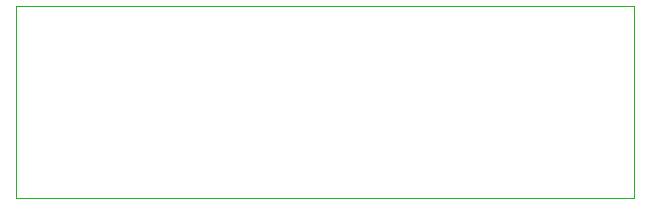
<source format=gm1>
G04 #@! TF.GenerationSoftware,KiCad,Pcbnew,9.0.3*
G04 #@! TF.CreationDate,2025-08-03T15:25:39-04:00*
G04 #@! TF.ProjectId,CH32V003F4U6,43483332-5630-4303-9346-3455362e6b69,rev?*
G04 #@! TF.SameCoordinates,Original*
G04 #@! TF.FileFunction,Profile,NP*
%FSLAX46Y46*%
G04 Gerber Fmt 4.6, Leading zero omitted, Abs format (unit mm)*
G04 Created by KiCad (PCBNEW 9.0.3) date 2025-08-03 15:25:39*
%MOMM*%
%LPD*%
G01*
G04 APERTURE LIST*
G04 #@! TA.AperFunction,Profile*
%ADD10C,0.100000*%
G04 #@! TD*
G04 APERTURE END LIST*
D10*
X127000000Y-113792000D02*
X179324000Y-113792000D01*
X179324000Y-130048000D01*
X127000000Y-130048000D01*
X127000000Y-113792000D01*
M02*

</source>
